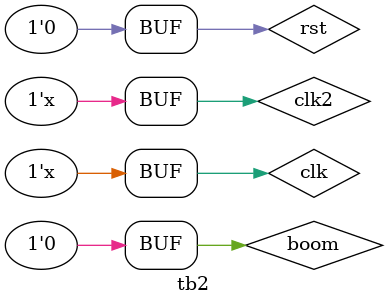
<source format=v>
`timescale 1ns/1ps

module tb2();
reg clk,rst,clk2;
reg [9:0] x,y;
reg boom;
wire [9:0] e_x,e_y;
wire [11:0] rgb;
wire e_en;

Enemyplane_Judge gg(
    .clk(clk),
    .rst(rst),
    .clk_move(clk2),
    .x(x),.y(y),
    .boom(boom),
    .enemy_x(e_x),.enemy_y(e_y),
    .enemy_en(e_en),
    .rgb(rgb)
);

initial begin
    clk = 0;
    clk2 = 0;
    rst = 1;
    #5;
    rst = 0;
    boom = 0;

end

    always #10 clk <= ~clk;
    always #20 clk2 <= ~clk2;

endmodule
</source>
